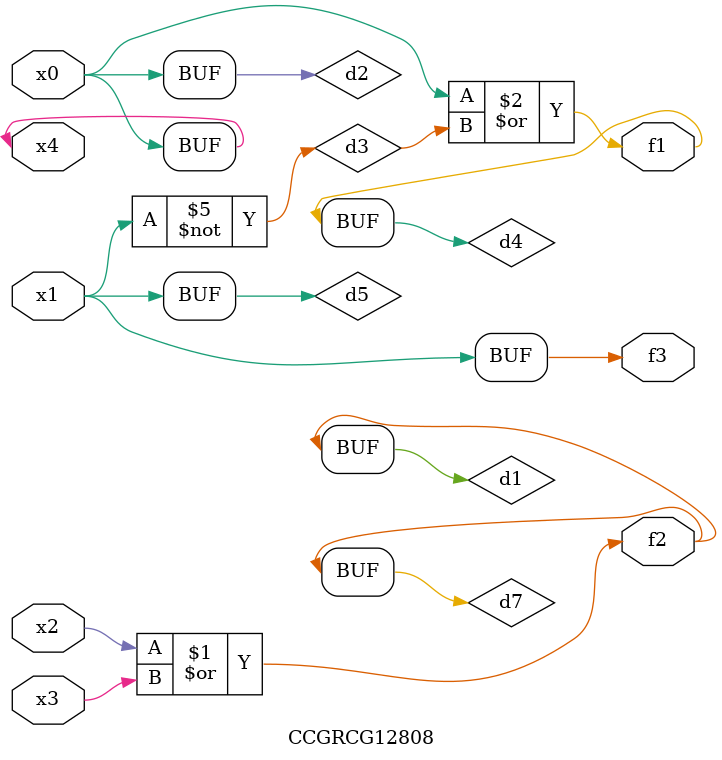
<source format=v>
module CCGRCG12808(
	input x0, x1, x2, x3, x4,
	output f1, f2, f3
);

	wire d1, d2, d3, d4, d5, d6, d7;

	or (d1, x2, x3);
	buf (d2, x0, x4);
	not (d3, x1);
	or (d4, d2, d3);
	not (d5, d3);
	nand (d6, d1, d3);
	or (d7, d1);
	assign f1 = d4;
	assign f2 = d7;
	assign f3 = d5;
endmodule

</source>
